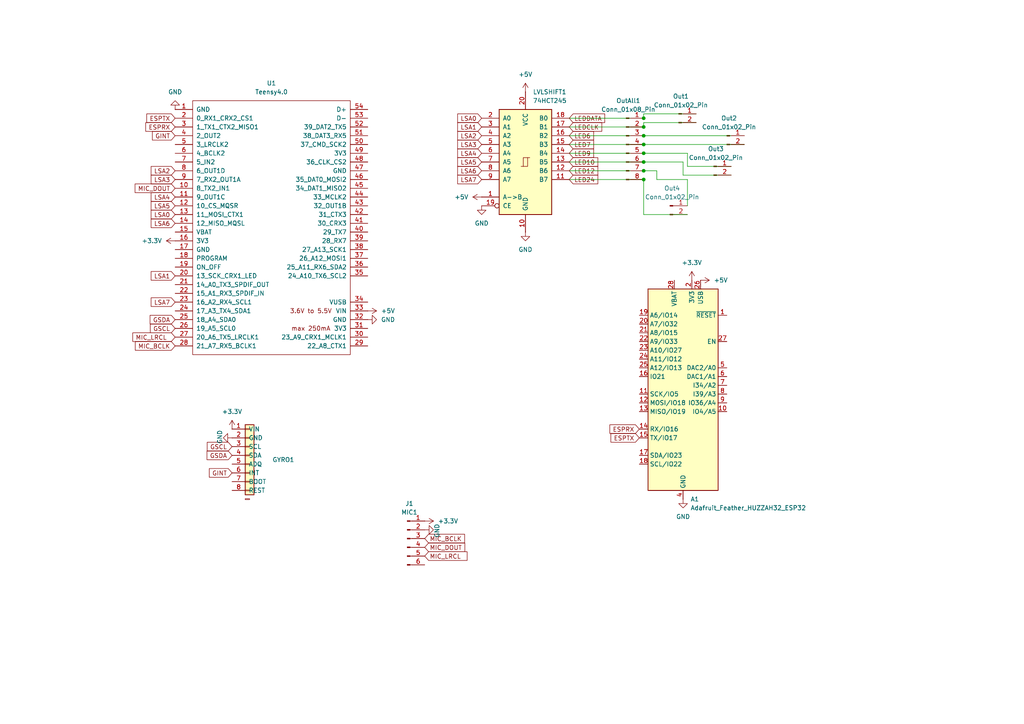
<source format=kicad_sch>
(kicad_sch (version 20250114) (generator "eeschema") (generator_version "9.0")
  (paper "A4")
  (lib_symbols
    (symbol "74xx:74HC245" (pin_names (offset 1.016))
      (property "Reference" "U" (at -7.62 16.51 0))
      (property "Value" "74HC245" (at -7.62 -16.51 0))
      (symbol "74HC245_1_0"
        (polyline (pts (xy -1.27 -1.27) (xy 0.635 -1.27) (xy 0.635 1.27) (xy 1.27 1.27)))
        (polyline (pts (xy -0.635 -1.27) (xy -0.635 1.27) (xy 0.635 1.27)))
        (pin tri_state line (at -12.7 12.7 0) (length 5.08) (name "A0") (number "2"))
        (pin tri_state line (at -12.7 10.16 0) (length 5.08) (name "A1") (number "3"))
        (pin tri_state line (at -12.7 7.62 0) (length 5.08) (name "A2") (number "4"))
        (pin tri_state line (at -12.7 5.08 0) (length 5.08) (name "A3") (number "5"))
        (pin tri_state line (at -12.7 2.54 0) (length 5.08) (name "A4") (number "6"))
        (pin tri_state line (at -12.7 0 0) (length 5.08) (name "A5") (number "7"))
        (pin tri_state line (at -12.7 -2.54 0) (length 5.08) (name "A6") (number "8"))
        (pin tri_state line (at -12.7 -5.08 0) (length 5.08) (name "A7") (number "9"))
        (pin input line (at -12.7 -10.16 0) (length 5.08) (name "A->B") (number "1"))
        (pin input inverted (at -12.7 -12.7 0) (length 5.08) (name "CE") (number "19"))
        (pin power_in line (at 0 20.32 270) (length 5.08) (name "VCC") (number "20"))
        (pin power_in line (at 0 -20.32 90) (length 5.08) (name "GND") (number "10"))
        (pin tri_state line (at 12.7 12.7 180) (length 5.08) (name "B0") (number "18"))
        (pin tri_state line (at 12.7 10.16 180) (length 5.08) (name "B1") (number "17"))
        (pin tri_state line (at 12.7 7.62 180) (length 5.08) (name "B2") (number "16"))
        (pin tri_state line (at 12.7 5.08 180) (length 5.08) (name "B3") (number "15"))
        (pin tri_state line (at 12.7 2.54 180) (length 5.08) (name "B4") (number "14"))
        (pin tri_state line (at 12.7 0 180) (length 5.08) (name "B5") (number "13"))
        (pin tri_state line (at 12.7 -2.54 180) (length 5.08) (name "B6") (number "12"))
        (pin tri_state line (at 12.7 -5.08 180) (length 5.08) (name "B7") (number "11"))
      )
      (symbol "74HC245_1_1"
        (rectangle (start -7.62 15.24) (end 7.62 -15.24) (stroke (width 0.254)) (fill (type background)))
      )
    )
    (symbol "Connector:Conn_01x02_Pin" (pin_names (offset 1.016) (hide yes))
      (property "Reference" "J" (at 0 2.54 0))
      (property "Value" "Conn_01x02_Pin" (at 0 -5.08 0))
      (symbol "Conn_01x02_Pin_1_1"
        (rectangle (start 0.8636 0.127) (end 0 -0.127) (stroke (width 0.1524)) (fill (type outline)))
        (rectangle (start 0.8636 -2.413) (end 0 -2.667) (stroke (width 0.1524)) (fill (type outline)))
        (polyline (pts (xy 1.27 0) (xy 0.8636 0)) (stroke (width 0.1524)))
        (polyline (pts (xy 1.27 -2.54) (xy 0.8636 -2.54)) (stroke (width 0.1524)))
        (pin passive line (at 5.08 0 180) (length 3.81) (name "Pin_1") (number "1"))
        (pin passive line (at 5.08 -2.54 180) (length 3.81) (name "Pin_2") (number "2"))
      )
    )
    (symbol "Connector:Conn_01x06_Pin" (pin_names (offset 1.016) (hide yes))
      (property "Reference" "J" (at 0 7.62 0))
      (property "Value" "Conn_01x06_Pin" (at 0 -10.16 0))
      (symbol "Conn_01x06_Pin_1_1"
        (rectangle (start 0.8636 5.207) (end 0 4.953) (stroke (width 0.1524)) (fill (type outline)))
        (rectangle (start 0.8636 2.667) (end 0 2.413) (stroke (width 0.1524)) (fill (type outline)))
        (rectangle (start 0.8636 0.127) (end 0 -0.127) (stroke (width 0.1524)) (fill (type outline)))
        (rectangle (start 0.8636 -2.413) (end 0 -2.667) (stroke (width 0.1524)) (fill (type outline)))
        (rectangle (start 0.8636 -4.953) (end 0 -5.207) (stroke (width 0.1524)) (fill (type outline)))
        (rectangle (start 0.8636 -7.493) (end 0 -7.747) (stroke (width 0.1524)) (fill (type outline)))
        (polyline (pts (xy 1.27 5.08) (xy 0.8636 5.08)) (stroke (width 0.1524)))
        (polyline (pts (xy 1.27 2.54) (xy 0.8636 2.54)) (stroke (width 0.1524)))
        (polyline (pts (xy 1.27 0) (xy 0.8636 0)) (stroke (width 0.1524)))
        (polyline (pts (xy 1.27 -2.54) (xy 0.8636 -2.54)) (stroke (width 0.1524)))
        (polyline (pts (xy 1.27 -5.08) (xy 0.8636 -5.08)) (stroke (width 0.1524)))
        (polyline (pts (xy 1.27 -7.62) (xy 0.8636 -7.62)) (stroke (width 0.1524)))
        (pin passive line (at 5.08 5.08 180) (length 3.81) (name "Pin_1") (number "1"))
        (pin passive line (at 5.08 2.54 180) (length 3.81) (name "Pin_2") (number "2"))
        (pin passive line (at 5.08 0 180) (length 3.81) (name "Pin_3") (number "3"))
        (pin passive line (at 5.08 -2.54 180) (length 3.81) (name "Pin_4") (number "4"))
        (pin passive line (at 5.08 -5.08 180) (length 3.81) (name "Pin_5") (number "5"))
        (pin passive line (at 5.08 -7.62 180) (length 3.81) (name "Pin_6") (number "6"))
      )
    )
    (symbol "Connector:Conn_01x08_Pin" (pin_names (offset 1.016) (hide yes))
      (property "Reference" "J" (at 0 10.16 0))
      (property "Value" "Conn_01x08_Pin" (at 0 -12.7 0))
      (symbol "Conn_01x08_Pin_1_1"
        (rectangle (start 0.8636 7.747) (end 0 7.493) (stroke (width 0.1524)) (fill (type outline)))
        (rectangle (start 0.8636 5.207) (end 0 4.953) (stroke (width 0.1524)) (fill (type outline)))
        (rectangle (start 0.8636 2.667) (end 0 2.413) (stroke (width 0.1524)) (fill (type outline)))
        (rectangle (start 0.8636 0.127) (end 0 -0.127) (stroke (width 0.1524)) (fill (type outline)))
        (rectangle (start 0.8636 -2.413) (end 0 -2.667) (stroke (width 0.1524)) (fill (type outline)))
        (rectangle (start 0.8636 -4.953) (end 0 -5.207) (stroke (width 0.1524)) (fill (type outline)))
        (rectangle (start 0.8636 -7.493) (end 0 -7.747) (stroke (width 0.1524)) (fill (type outline)))
        (rectangle (start 0.8636 -10.033) (end 0 -10.287) (stroke (width 0.1524)) (fill (type outline)))
        (polyline (pts (xy 1.27 7.62) (xy 0.8636 7.62)) (stroke (width 0.1524)))
        (polyline (pts (xy 1.27 5.08) (xy 0.8636 5.08)) (stroke (width 0.1524)))
        (polyline (pts (xy 1.27 2.54) (xy 0.8636 2.54)) (stroke (width 0.1524)))
        (polyline (pts (xy 1.27 0) (xy 0.8636 0)) (stroke (width 0.1524)))
        (polyline (pts (xy 1.27 -2.54) (xy 0.8636 -2.54)) (stroke (width 0.1524)))
        (polyline (pts (xy 1.27 -5.08) (xy 0.8636 -5.08)) (stroke (width 0.1524)))
        (polyline (pts (xy 1.27 -7.62) (xy 0.8636 -7.62)) (stroke (width 0.1524)))
        (polyline (pts (xy 1.27 -10.16) (xy 0.8636 -10.16)) (stroke (width 0.1524)))
        (pin passive line (at 5.08 7.62 180) (length 3.81) (name "Pin_1") (number "1"))
        (pin passive line (at 5.08 5.08 180) (length 3.81) (name "Pin_2") (number "2"))
        (pin passive line (at 5.08 2.54 180) (length 3.81) (name "Pin_3") (number "3"))
        (pin passive line (at 5.08 0 180) (length 3.81) (name "Pin_4") (number "4"))
        (pin passive line (at 5.08 -2.54 180) (length 3.81) (name "Pin_5") (number "5"))
        (pin passive line (at 5.08 -5.08 180) (length 3.81) (name "Pin_6") (number "6"))
        (pin passive line (at 5.08 -7.62 180) (length 3.81) (name "Pin_7") (number "7"))
        (pin passive line (at 5.08 -10.16 180) (length 3.81) (name "Pin_8") (number "8"))
      )
    )
    (symbol "Connector_Generic:Conn_01x09" (pin_names (offset 1.016))
      (property "Reference" "GYRO1" (at 2.54 1.2701 0))
      (property "Value" "Conn_01x09" (at 2.54 -1.2699 0))
      (symbol "Conn_01x09_1_1"
        (rectangle (start -1.27 11.43) (end 1.27 -8.89) (stroke (width 0.254)) (fill (type background)))
        (rectangle (start -1.27 10.287) (end 0 10.033) (stroke (width 0.1524)))
        (rectangle (start -1.27 7.747) (end 0 7.493) (stroke (width 0.1524)))
        (rectangle (start -1.27 5.207) (end 0 4.953) (stroke (width 0.1524)))
        (rectangle (start -1.27 2.667) (end 0 2.413) (stroke (width 0.1524)))
        (rectangle (start -1.27 0.127) (end 0 -0.127) (stroke (width 0.1524)))
        (rectangle (start -1.27 -2.413) (end 0 -2.667) (stroke (width 0.1524)))
        (rectangle (start -1.27 -4.953) (end 0 -5.207) (stroke (width 0.1524)))
        (rectangle (start -1.27 -7.493) (end 0 -7.747) (stroke (width 0.1524)))
        (rectangle (start -1.27 -10.033) (end 0 -10.287) (stroke (width 0.1524)))
        (pin passive line (at -5.08 10.16 0) (length 3.81) (name "VIN") (number "1"))
        (pin passive line (at -5.08 7.62 0) (length 3.81) (name "GND") (number "2"))
        (pin passive line (at -5.08 5.08 0) (length 3.81) (name "SCL") (number "3"))
        (pin passive line (at -5.08 2.54 0) (length 3.81) (name "SDA") (number "4"))
        (pin passive line (at -5.08 0 0) (length 3.81) (name "ADQ") (number "5"))
        (pin passive line (at -5.08 -2.54 0) (length 3.81) (name "INT") (number "6"))
        (pin passive line (at -5.08 -5.08 0) (length 3.81) (name "BOOT") (number "7"))
        (pin passive line (at -5.08 -7.62 0) (length 3.81) (name "REST") (number "8"))
      )
    )
    (symbol "MCU_Module:Adafruit_Feather_HUZZAH32_ESP32"
      (property "Reference" "A" (at -10.16 29.21 0))
      (property "Value" "Adafruit_Feather_HUZZAH32_ESP32" (at 2.54 -31.75 0))
      (symbol "Adafruit_Feather_HUZZAH32_ESP32_0_1"
        (rectangle (start -10.16 27.94) (end 10.16 -30.48) (stroke (width 0.254)) (fill (type background)))
      )
      (symbol "Adafruit_Feather_HUZZAH32_ESP32_1_1"
        (pin bidirectional line (at -12.7 20.32 0) (length 2.54) (name "A6/IO14") (number "19"))
        (pin bidirectional line (at -12.7 17.78 0) (length 2.54) (name "A7/IO32") (number "20"))
        (pin bidirectional line (at -12.7 15.24 0) (length 2.54) (name "A8/IO15") (number "21"))
        (pin bidirectional line (at -12.7 12.7 0) (length 2.54) (name "A9/IO33") (number "22"))
        (pin bidirectional line (at -12.7 10.16 0) (length 2.54) (name "A10/IO27") (number "23"))
        (pin bidirectional line (at -12.7 7.62 0) (length 2.54) (name "A11/IO12") (number "24"))
        (pin bidirectional line (at -12.7 5.08 0) (length 2.54) (name "A12/IO13") (number "25"))
        (pin bidirectional line (at -12.7 2.54 0) (length 2.54) (name "IO21") (number "16"))
        (pin bidirectional line (at -12.7 -2.54 0) (length 2.54) (name "SCK/IO5") (number "11"))
        (pin bidirectional line (at -12.7 -5.08 0) (length 2.54) (name "MOSI/IO18") (number "12"))
        (pin bidirectional line (at -12.7 -7.62 0) (length 2.54) (name "MISO/IO19") (number "13"))
        (pin bidirectional line (at -12.7 -12.7 0) (length 2.54) (name "RX/IO16") (number "14"))
        (pin bidirectional line (at -12.7 -15.24 0) (length 2.54) (name "TX/IO17") (number "15"))
        (pin bidirectional line (at -12.7 -20.32 0) (length 2.54) (name "SDA/IO23") (number "17"))
        (pin bidirectional line (at -12.7 -22.86 0) (length 2.54) (name "SCL/IO22") (number "18"))
        (pin power_in line (at -2.54 30.48 270) (length 2.54) (name "VBAT") (number "28"))
        (pin power_in line (at 0 -33.02 90) (length 2.54) (name "GND") (number "4"))
        (pin power_in line (at 2.54 30.48 270) (length 2.54) (name "3V3") (number "2"))
        (pin power_in line (at 5.08 30.48 270) (length 2.54) (name "USB") (number "26"))
        (pin no_connect line (at 10.16 10.16 180) (length 2.54) (hide yes) (name "NC") (number "3"))
        (pin input line (at 12.7 20.32 180) (length 2.54) (name "~{RESET}") (number "1"))
        (pin input line (at 12.7 12.7 180) (length 2.54) (name "EN") (number "27"))
        (pin bidirectional line (at 12.7 5.08 180) (length 2.54) (name "DAC2/A0") (number "5"))
        (pin bidirectional line (at 12.7 2.54 180) (length 2.54) (name "DAC1/A1") (number "6"))
        (pin bidirectional line (at 12.7 0 180) (length 2.54) (name "I34/A2") (number "7"))
        (pin bidirectional line (at 12.7 -2.54 180) (length 2.54) (name "I39/A3") (number "8"))
        (pin bidirectional line (at 12.7 -5.08 180) (length 2.54) (name "IO36/A4") (number "9"))
        (pin bidirectional line (at 12.7 -7.62 180) (length 2.54) (name "IO4/A5") (number "10"))
      )
    )
    (symbol "Teeny:Teensy4.0" (pin_names (offset 1.016))
      (property "Reference" "U" (at 0 39.37 0))
      (property "Value" "Teensy4.0" (at 0 -39.37 0))
      (symbol "Teensy4.0_0_0"
        (text "3.6V to 5.5V" (at 11.43 -24.13 0) (effects (font (size 1.27 1.27))))
        (text "max 250mA" (at 11.43 -29.21 0) (effects (font (size 1.27 1.27))))
        (pin bidirectional line (at -27.94 24.13 0) (length 5.08) (name "3_LRCLK2") (number "5"))
        (pin bidirectional line (at -27.94 21.59 0) (length 5.08) (name "4_BCLK2") (number "6"))
        (pin bidirectional line (at -27.94 19.05 0) (length 5.08) (name "5_IN2") (number "7"))
        (pin bidirectional line (at -27.94 16.51 0) (length 5.08) (name "6_OUT1D") (number "8"))
        (pin bidirectional line (at -27.94 13.97 0) (length 5.08) (name "7_RX2_OUT1A") (number "9"))
        (pin bidirectional line (at -27.94 11.43 0) (length 5.08) (name "8_TX2_IN1") (number "10"))
        (pin bidirectional line (at -27.94 8.89 0) (length 5.08) (name "9_OUT1C") (number "11"))
        (pin bidirectional line (at -27.94 6.35 0) (length 5.08) (name "10_CS_MQSR") (number "12"))
        (pin bidirectional line (at -27.94 3.81 0) (length 5.08) (name "11_MOSI_CTX1") (number "13"))
        (pin bidirectional line (at -27.94 1.27 0) (length 5.08) (name "12_MISO_MQSL") (number "14"))
        (pin power_in line (at -27.94 -1.27 0) (length 5.08) (name "VBAT") (number "15"))
        (pin power_in line (at -27.94 -3.81 0) (length 5.08) (name "3V3") (number "16"))
        (pin power_in line (at -27.94 -6.35 0) (length 5.08) (name "GND") (number "17"))
        (pin input line (at -27.94 -8.89 0) (length 5.08) (name "PROGRAM") (number "18"))
        (pin input line (at -27.94 -11.43 0) (length 5.08) (name "ON_OFF") (number "19"))
        (pin bidirectional line (at -27.94 -13.97 0) (length 5.08) (name "13_SCK_CRX1_LED") (number "20"))
        (pin bidirectional line (at -27.94 -16.51 0) (length 5.08) (name "14_A0_TX3_SPDIF_OUT") (number "21"))
        (pin bidirectional line (at -27.94 -19.05 0) (length 5.08) (name "15_A1_RX3_SPDIF_IN") (number "22"))
        (pin bidirectional line (at -27.94 -21.59 0) (length 5.08) (name "16_A2_RX4_SCL1") (number "23"))
        (pin bidirectional line (at -27.94 -24.13 0) (length 5.08) (name "17_A3_TX4_SDA1") (number "24"))
        (pin bidirectional line (at -27.94 -26.67 0) (length 5.08) (name "18_A4_SDA0") (number "25"))
        (pin bidirectional line (at -27.94 -29.21 0) (length 5.08) (name "19_A5_SCL0") (number "26"))
        (pin bidirectional line (at -27.94 -31.75 0) (length 5.08) (name "20_A6_TX5_LRCLK1") (number "27"))
        (pin bidirectional line (at -27.94 -34.29 0) (length 5.08) (name "21_A7_RX5_BCLK1") (number "28"))
        (pin bidirectional line (at 27.94 34.29 180) (length 5.08) (name "D+") (number "54"))
        (pin bidirectional line (at 27.94 31.75 180) (length 5.08) (name "D-") (number "53"))
        (pin bidirectional line (at 27.94 29.21 180) (length 5.08) (name "39_DAT2_TX5") (number "52"))
        (pin bidirectional line (at 27.94 26.67 180) (length 5.08) (name "38_DAT3_RX5") (number "51"))
        (pin bidirectional line (at 27.94 24.13 180) (length 5.08) (name "37_CMD_SCK2") (number "50"))
        (pin power_out line (at 27.94 21.59 180) (length 5.08) (name "3V3") (number "49"))
        (pin bidirectional line (at 27.94 19.05 180) (length 5.08) (name "36_CLK_CS2") (number "48"))
        (pin power_out line (at 27.94 16.51 180) (length 5.08) (name "GND") (number "47"))
        (pin bidirectional line (at 27.94 13.97 180) (length 5.08) (name "35_DAT0_MOSI2") (number "46"))
        (pin bidirectional line (at 27.94 11.43 180) (length 5.08) (name "34_DAT1_MISO2") (number "45"))
        (pin bidirectional line (at 27.94 8.89 180) (length 5.08) (name "33_MCLK2") (number "44"))
        (pin bidirectional line (at 27.94 6.35 180) (length 5.08) (name "32_OUT1B") (number "43"))
        (pin bidirectional line (at 27.94 3.81 180) (length 5.08) (name "31_CTX3") (number "42"))
        (pin bidirectional line (at 27.94 1.27 180) (length 5.08) (name "30_CRX3") (number "41"))
        (pin bidirectional line (at 27.94 -1.27 180) (length 5.08) (name "29_TX7") (number "40"))
        (pin bidirectional line (at 27.94 -3.81 180) (length 5.08) (name "28_RX7") (number "39"))
        (pin bidirectional line (at 27.94 -6.35 180) (length 5.08) (name "27_A13_SCK1") (number "38"))
        (pin bidirectional line (at 27.94 -8.89 180) (length 5.08) (name "26_A12_MOSI1") (number "37"))
        (pin bidirectional line (at 27.94 -11.43 180) (length 5.08) (name "25_A11_RX6_SDA2") (number "36"))
        (pin bidirectional line (at 27.94 -13.97 180) (length 5.08) (name "24_A10_TX6_SCL2") (number "35"))
        (pin power_out line (at 27.94 -21.59 180) (length 5.08) (name "VUSB") (number "34"))
        (pin power_in line (at 27.94 -24.13 180) (length 5.08) (name "VIN") (number "33"))
        (pin power_in line (at 27.94 -26.67 180) (length 5.08) (name "GND") (number "32"))
        (pin power_out line (at 27.94 -29.21 180) (length 5.08) (name "3V3") (number "31"))
        (pin bidirectional line (at 27.94 -31.75 180) (length 5.08) (name "23_A9_CRX1_MCLK1") (number "30"))
        (pin bidirectional line (at 27.94 -34.29 180) (length 5.08) (name "22_A8_CTX1") (number "29"))
      )
      (symbol "Teensy4.0_0_1"
        (rectangle (start -22.86 36.83) (end 22.86 -36.83))
        (rectangle (start -20.32 -31.75) (end -20.32 -31.75))
      )
      (symbol "Teensy4.0_1_1"
        (pin power_in line (at -27.94 34.29 0) (length 5.08) (name "GND") (number "1"))
        (pin bidirectional line (at -27.94 31.75 0) (length 5.08) (name "0_RX1_CRX2_CS1") (number "2"))
        (pin bidirectional line (at -27.94 29.21 0) (length 5.08) (name "1_TX1_CTX2_MISO1") (number "3"))
        (pin bidirectional line (at -27.94 26.67 0) (length 5.08) (name "2_OUT2") (number "4"))
      )
    )
    (symbol "power:+3.3V" (power) (pin_numbers (hide yes)) (pin_names (offset 0) (hide yes))
      (property "Value" "+3.3V" (at 0 3.556 0))
      (symbol "+3.3V_0_1"
        (polyline (pts (xy -0.762 1.27) (xy 0 2.54)))
        (polyline (pts (xy 0 2.54) (xy 0.762 1.27)))
        (polyline (pts (xy 0 0) (xy 0 2.54)))
      )
      (symbol "+3.3V_1_1"
        (pin power_in line (at 0 0 90) (length 0) (name "~") (number "1"))
      )
    )
    (symbol "power:+5V" (power) (pin_numbers (hide yes)) (pin_names (offset 0) (hide yes))
      (property "Value" "+5V" (at 0 3.556 0))
      (symbol "+5V_0_1"
        (polyline (pts (xy -0.762 1.27) (xy 0 2.54)))
        (polyline (pts (xy 0 2.54) (xy 0.762 1.27)))
        (polyline (pts (xy 0 0) (xy 0 2.54)))
      )
      (symbol "+5V_1_1"
        (pin power_in line (at 0 0 90) (length 0) (name "~") (number "1"))
      )
    )
    (symbol "power:GND" (power) (pin_numbers (hide yes)) (pin_names (offset 0) (hide yes))
      (property "Value" "GND" (at 0 -3.81 0))
      (symbol "GND_0_1"
        (polyline (pts (xy 0 0) (xy 0 -1.27) (xy 1.27 -1.27) (xy 0 -2.54) (xy -1.27 -1.27) (xy 0 -1.27)))
      )
      (symbol "GND_1_1"
        (pin power_in line (at 0 0 270) (length 0) (name "~") (number "1"))
      )
    )
  )
  (junction (at 186.69 46.99))
  (junction (at 186.69 36.83))
  (junction (at 186.69 39.37))
  (junction (at 186.69 44.45))
  (junction (at 186.69 34.29))
  (junction (at 186.69 52.07))
  (junction (at 186.69 49.53))
  (junction (at 186.69 41.91))
  (wire (pts (xy 199.39 59.69) (xy 199.39 52.07)))
  (wire (pts (xy 186.69 41.91) (xy 215.9 41.91)))
  (wire (pts (xy 165.1 52.07) (xy 186.69 52.07)))
  (wire (pts (xy 186.69 62.23) (xy 186.69 52.07)))
  (wire (pts (xy 165.1 46.99) (xy 186.69 46.99)))
  (wire (pts (xy 201.93 33.02) (xy 186.69 33.02)))
  (wire (pts (xy 165.1 41.91) (xy 186.69 41.91)))
  (wire (pts (xy 165.1 36.83) (xy 186.69 36.83)))
  (wire (pts (xy 198.12 50.8) (xy 198.12 46.99)))
  (wire (pts (xy 165.1 39.37) (xy 186.69 39.37)))
  (wire (pts (xy 190.5 49.53) (xy 186.69 49.53)))
  (wire (pts (xy 201.93 35.56) (xy 186.69 35.56)))
  (wire (pts (xy 199.39 44.45) (xy 186.69 44.45)))
  (wire (pts (xy 212.09 48.26) (xy 199.39 48.26)))
  (wire (pts (xy 186.69 39.37) (xy 215.9 39.37)))
  (wire (pts (xy 199.39 48.26) (xy 199.39 44.45)))
  (wire (pts (xy 190.5 52.07) (xy 190.5 49.53)))
  (wire (pts (xy 165.1 34.29) (xy 186.69 34.29)))
  (wire (pts (xy 186.69 33.02) (xy 186.69 34.29)))
  (wire (pts (xy 212.09 50.8) (xy 198.12 50.8)))
  (wire (pts (xy 165.1 49.53) (xy 186.69 49.53)))
  (wire (pts (xy 165.1 44.45) (xy 186.69 44.45)))
  (wire (pts (xy 199.39 52.07) (xy 190.5 52.07)))
  (wire (pts (xy 198.12 46.99) (xy 186.69 46.99)))
  (wire (pts (xy 186.69 35.56) (xy 186.69 36.83)))
  (wire (pts (xy 199.39 62.23) (xy 186.69 62.23)))
  (global_label "LSA5" (shape input) (at 139.7 46.99 180) (property "Intersheetrefs" "${INTERSHEET_REFS}" (effects (hide yes))))
  (global_label "LSA0" (shape input) (at 50.8 62.23 180) (property "Intersheetrefs" "${INTERSHEET_REFS}" (effects (hide yes))))
  (global_label "ESPTX" (shape input) (at 185.42 127 180) (property "Intersheetrefs" "${INTERSHEET_REFS}" (effects (hide yes))))
  (global_label "GINT" (shape input) (at 67.31 137.16 180) (property "Intersheetrefs" "${INTERSHEET_REFS}" (effects (hide yes))))
  (global_label "LSA5" (shape input) (at 50.8 59.69 180) (property "Intersheetrefs" "${INTERSHEET_REFS}" (effects (hide yes))))
  (global_label "LSA1" (shape input) (at 139.7 36.83 180) (property "Intersheetrefs" "${INTERSHEET_REFS}" (effects (hide yes))))
  (global_label "LSA7" (shape input) (at 139.7 52.07 180) (property "Intersheetrefs" "${INTERSHEET_REFS}" (effects (hide yes))))
  (global_label "GSCL" (shape input) (at 50.8 95.25 180) (property "Intersheetrefs" "${INTERSHEET_REFS}" (effects (hide yes))))
  (global_label "MIC_DOUT" (shape input) (at 123.19 158.75 0) (property "Intersheetrefs" "${INTERSHEET_REFS}" (effects (hide yes))))
  (global_label "LED10" (shape input) (at 165.1 46.99 0) (property "Intersheetrefs" "${INTERSHEET_REFS}" (effects (hide yes))))
  (global_label "LSA1" (shape input) (at 50.8 80.01 180) (property "Intersheetrefs" "${INTERSHEET_REFS}" (effects (hide yes))))
  (global_label "ESPTX" (shape input) (at 50.8 34.29 180) (property "Intersheetrefs" "${INTERSHEET_REFS}" (effects (hide yes))))
  (global_label "LSA4" (shape input) (at 50.8 57.15 180) (property "Intersheetrefs" "${INTERSHEET_REFS}" (effects (hide yes))))
  (global_label "LSA0" (shape input) (at 139.7 34.29 180) (property "Intersheetrefs" "${INTERSHEET_REFS}" (effects (hide yes))))
  (global_label "LSA6" (shape input) (at 50.8 64.77 180) (property "Intersheetrefs" "${INTERSHEET_REFS}" (effects (hide yes))))
  (global_label "GSDA" (shape input) (at 50.8 92.71 180) (property "Intersheetrefs" "${INTERSHEET_REFS}" (effects (hide yes))))
  (global_label "LEDCLK" (shape input) (at 165.1 36.83 0) (property "Intersheetrefs" "${INTERSHEET_REFS}" (effects (hide yes))))
  (global_label "ESPRX" (shape input) (at 50.8 36.83 180) (property "Intersheetrefs" "${INTERSHEET_REFS}" (effects (hide yes))))
  (global_label "MIC_LRCL " (shape input) (at 50.8 97.79 180) (property "Intersheetrefs" "${INTERSHEET_REFS}" (effects (hide yes))))
  (global_label "LED24" (shape input) (at 165.1 52.07 0) (property "Intersheetrefs" "${INTERSHEET_REFS}" (effects (hide yes))))
  (global_label "LED6" (shape input) (at 165.1 39.37 0) (property "Intersheetrefs" "${INTERSHEET_REFS}" (effects (hide yes))))
  (global_label "GSDA" (shape input) (at 67.31 132.08 180) (property "Intersheetrefs" "${INTERSHEET_REFS}" (effects (hide yes))))
  (global_label "LED9" (shape input) (at 165.1 44.45 0) (property "Intersheetrefs" "${INTERSHEET_REFS}" (effects (hide yes))))
  (global_label "MIC_DOUT" (shape input) (at 50.8 54.61 180) (property "Intersheetrefs" "${INTERSHEET_REFS}" (effects (hide yes))))
  (global_label "LSA6" (shape input) (at 139.7 49.53 180) (property "Intersheetrefs" "${INTERSHEET_REFS}" (effects (hide yes))))
  (global_label "LED7" (shape input) (at 165.1 41.91 0) (property "Intersheetrefs" "${INTERSHEET_REFS}" (effects (hide yes))))
  (global_label "LSA4" (shape input) (at 139.7 44.45 180) (property "Intersheetrefs" "${INTERSHEET_REFS}" (effects (hide yes))))
  (global_label "MIC_LRCL " (shape input) (at 123.19 161.29 0) (property "Intersheetrefs" "${INTERSHEET_REFS}" (effects (hide yes))))
  (global_label "LSA3" (shape input) (at 139.7 41.91 180) (property "Intersheetrefs" "${INTERSHEET_REFS}" (effects (hide yes))))
  (global_label "LSA3" (shape input) (at 50.8 52.07 180) (property "Intersheetrefs" "${INTERSHEET_REFS}" (effects (hide yes))))
  (global_label "ESPRX" (shape input) (at 185.42 124.46 180) (property "Intersheetrefs" "${INTERSHEET_REFS}" (effects (hide yes))))
  (global_label "LSA2" (shape input) (at 50.8 49.53 180) (property "Intersheetrefs" "${INTERSHEET_REFS}" (effects (hide yes))))
  (global_label "LSA7" (shape input) (at 50.8 87.63 180) (property "Intersheetrefs" "${INTERSHEET_REFS}" (effects (hide yes))))
  (global_label "LED12" (shape input) (at 165.1 49.53 0) (property "Intersheetrefs" "${INTERSHEET_REFS}" (effects (hide yes))))
  (global_label "GINT" (shape input) (at 50.8 39.37 180) (property "Intersheetrefs" "${INTERSHEET_REFS}" (effects (hide yes))))
  (global_label "MIC_BCLK" (shape input) (at 123.19 156.21 0) (property "Intersheetrefs" "${INTERSHEET_REFS}" (effects (hide yes))))
  (global_label "LSA2" (shape input) (at 139.7 39.37 180) (property "Intersheetrefs" "${INTERSHEET_REFS}" (effects (hide yes))))
  (global_label "MIC_BCLK" (shape input) (at 50.8 100.33 180) (property "Intersheetrefs" "${INTERSHEET_REFS}" (effects (hide yes))))
  (global_label "LEDDATA" (shape input) (at 165.1 34.29 0) (property "Intersheetrefs" "${INTERSHEET_REFS}" (effects (hide yes))))
  (global_label "GSCL" (shape input) (at 67.31 129.54 180) (property "Intersheetrefs" "${INTERSHEET_REFS}" (effects (hide yes))))
  (symbol (lib_id "Connector:Conn_01x02_Pin") (at 210.82 39.37 0) (unit 1)
    (property "Reference" "Out2" (at 211.455 34.29 0))
    (property "Value" "Conn_01x02_Pin" (at 211.455 36.83 0))
    (property "Footprint" "Connector_JST:JST_PH_B2B-PH-K_1x02_P2.00mm_Vertical" (effects (hide yes)))
    (property "Description" "Generic connector, single row, 01x02, script generated" (effects (hide yes)))
  )
  (symbol (lib_id "74xx:74HC245") (at 152.4 46.99 0) (unit 1)
    (property "Reference" "LVLSHIFT1" (at 154.5433 26.67 0) (effects (justify left)))
    (property "Value" "74HCT245" (at 154.5433 29.21 0) (effects (justify left)))
    (property "Footprint" "Package_SO:SOIC-20W_7.5x12.8mm_P1.27mm" (effects (hide yes)))
    (property "Datasheet" "http://www.ti.com/lit/gpn/sn74HC245" (effects (hide yes)))
    (property "Description" "Octal BUS Transceivers, 3-State outputs" (effects (hide yes)))
    (property "UP" "https://assets.nexperia.com/documents/data-sheet/74HC_HCT245.pdf" (effects (hide yes)))
  )
  (symbol (lib_id "power:GND") (at 50.8 31.75 180) (unit 1)
    (property "Reference" "#PWR017" (effects (hide yes)))
    (property "Value" "GND" (at 50.8 26.67 0))
    (property "Description" "Power symbol creates a global label with name \"GND\" , ground" (effects (hide yes)))
  )
  (symbol (lib_id "Connector:Conn_01x08_Pin") (at 181.61 41.91 0) (unit 1)
    (property "Reference" "OutAll1" (at 182.245 29.21 0))
    (property "Value" "Conn_01x08_Pin" (at 182.245 31.75 0))
    (property "Footprint" "Connector_PinHeader_2.54mm:PinHeader_1x08_P2.54mm_Vertical" (effects (hide yes)))
    (property "Description" "Generic connector, single row, 01x08, script generated" (effects (hide yes)))
  )
  (symbol (lib_id "Connector:Conn_01x06_Pin") (at 118.11 156.21 0) (unit 1)
    (property "Reference" "J1" (at 118.745 146.05 0))
    (property "Value" "MIC1" (at 118.745 148.59 0))
    (property "Footprint" "Connector_PinHeader_2.54mm:PinHeader_1x06_P2.54mm_Vertical" (effects (hide yes)))
    (property "Description" "Generic connector, single row, 01x06, script generated" (effects (hide yes)))
  )
  (symbol (lib_id "power:+3.3V") (at 67.31 124.46 0) (unit 1)
    (property "Reference" "#PWR010" (effects (hide yes)))
    (property "Value" "+3.3V" (at 67.31 119.38 0))
    (property "Description" "Power symbol creates a global label with name \"+3.3V\"" (effects (hide yes)))
  )
  (symbol (lib_id "Teeny:Teensy4.0") (at 78.74 66.04 0) (unit 1)
    (property "Reference" "U1" (at 78.74 24.13 0))
    (property "Value" "Teensy4.0" (at 78.74 26.67 0))
    (property "Footprint" "Teensy:Teensy40" (effects (hide yes)))
  )
  (symbol (lib_id "Connector:Conn_01x02_Pin") (at 194.31 59.69 0) (unit 1)
    (property "Reference" "Out4" (at 194.945 54.61 0))
    (property "Value" "Conn_01x02_Pin" (at 194.945 57.15 0))
    (property "Footprint" "Connector_JST:JST_PH_B2B-PH-K_1x02_P2.00mm_Vertical" (effects (hide yes)))
    (property "Description" "Generic connector, single row, 01x02, script generated" (effects (hide yes)))
  )
  (symbol (lib_id "power:+5V") (at 106.68 90.17 270) (unit 1)
    (property "Reference" "#PWR012" (effects (hide yes)))
    (property "Value" "+5V" (at 110.49 90.1699 90) (effects (justify left)))
    (property "Description" "Power symbol creates a global label with name \"+5V\"" (effects (hide yes)))
  )
  (symbol (lib_id "power:+3.3V") (at 200.66 81.28 0) (unit 1)
    (property "Reference" "#PWR016" (effects (hide yes)))
    (property "Value" "+3.3V" (at 200.66 76.2 0))
    (property "Description" "Power symbol creates a global label with name \"+3.3V\"" (effects (hide yes)))
  )
  (symbol (lib_id "power:+5V") (at 152.4 26.67 0) (unit 1)
    (property "Reference" "#PWR01" (effects (hide yes)))
    (property "Value" "+5V" (at 152.4 21.59 0))
    (property "Description" "Power symbol creates a global label with name \"+5V\"" (effects (hide yes)))
  )
  (symbol (lib_id "power:+3.3V") (at 123.19 151.13 270) (unit 1)
    (property "Reference" "#PWR013" (effects (hide yes)))
    (property "Value" "+3.3V" (at 127 151.1299 90) (effects (justify left)))
    (property "Description" "Power symbol creates a global label with name \"+3.3V\"" (effects (hide yes)))
  )
  (symbol (lib_id "power:+3.3V") (at 50.8 69.85 90) (unit 1)
    (property "Reference" "#PWR019" (effects (hide yes)))
    (property "Value" "+3.3V" (at 46.99 69.8499 90) (effects (justify left)))
    (property "Description" "Power symbol creates a global label with name \"+3.3V\"" (effects (hide yes)))
  )
  (symbol (lib_id "power:GND") (at 123.19 153.67 90) (unit 1)
    (property "Reference" "#PWR08" (effects (hide yes)))
    (property "Value" "GND" (at 126.746 153.924 0))
    (property "Description" "Power symbol creates a global label with name \"GND\" , ground" (effects (hide yes)))
  )
  (symbol (lib_id "MCU_Module:Adafruit_Feather_HUZZAH32_ESP32") (at 198.12 111.76 0) (unit 1)
    (property "Reference" "A1" (at 200.2633 144.78 0) (effects (justify left)))
    (property "Value" "Adafruit_Feather_HUZZAH32_ESP32" (at 200.2633 147.32 0) (effects (justify left)))
    (property "Footprint" "Module:Adafruit_Feather" (effects (hide yes)))
    (property "Datasheet" "https://cdn-learn.adafruit.com/downloads/pdf/adafruit-huzzah32-esp32-feather.pdf" (effects (hide yes)))
    (property "Description" "Microcontroller module with ESP32 MCU" (effects (hide yes)))
  )
  (symbol (lib_id "power:GND") (at 139.7 59.69 0) (unit 1)
    (property "Reference" "#PWR06" (effects (hide yes)))
    (property "Value" "GND" (at 139.7 64.77 0))
    (property "Description" "Power symbol creates a global label with name \"GND\" , ground" (effects (hide yes)))
  )
  (symbol (lib_id "power:GND") (at 67.31 127 270) (unit 1)
    (property "Reference" "#PWR04" (effects (hide yes)))
    (property "Value" "GND" (at 63.754 126.746 0))
    (property "Description" "Power symbol creates a global label with name \"GND\" , ground" (effects (hide yes)))
  )
  (symbol (lib_id "Connector:Conn_01x02_Pin") (at 207.01 48.26 0) (unit 1)
    (property "Reference" "Out3" (at 207.645 43.18 0))
    (property "Value" "Conn_01x02_Pin" (at 207.645 45.72 0))
    (property "Footprint" "Connector_JST:JST_PH_B2B-PH-K_1x02_P2.00mm_Vertical" (effects (hide yes)))
    (property "Description" "Generic connector, single row, 01x02, script generated" (effects (hide yes)))
  )
  (symbol (lib_id "power:+5V") (at 139.7 57.15 90) (unit 1)
    (property "Reference" "#PWR07" (effects (hide yes)))
    (property "Value" "+5V" (at 135.89 57.1499 90) (effects (justify left)))
    (property "Description" "Power symbol creates a global label with name \"+5V\"" (effects (hide yes)))
  )
  (symbol (lib_id "Connector_Generic:Conn_01x09") (at 72.39 134.62 0) (unit 1)
    (property "Reference" "GYRO1" (at 78.994 133.35 0) (effects (justify left)))
    (property "Value" "Conn_01x09" (effects (hide yes)))
    (property "Footprint" "Connector_PinHeader_2.54mm:PinHeader_1x08_P2.54mm_Vertical" (effects (hide yes)))
    (property "Description" "Generic connector, single row, 01x09, script generated (kicad-library-utils/schlib/autogen/connector/)" (effects (hide yes)))
  )
  (symbol (lib_id "Connector:Conn_01x02_Pin") (at 196.85 33.02 0) (unit 1)
    (property "Reference" "Out1" (at 197.485 27.94 0))
    (property "Value" "Conn_01x02_Pin" (at 197.485 30.48 0))
    (property "Footprint" "Connector_JST:JST_PH_B2B-PH-K_1x02_P2.00mm_Vertical" (effects (hide yes)))
    (property "Description" "Generic connector, single row, 01x02, script generated" (effects (hide yes)))
  )
  (symbol (lib_id "power:+5V") (at 203.2 81.28 270) (unit 1)
    (property "Reference" "#PWR014" (effects (hide yes)))
    (property "Value" "+5V" (at 207.01 81.2799 90) (effects (justify left)))
    (property "Description" "Power symbol creates a global label with name \"+5V\"" (effects (hide yes)))
  )
  (symbol (lib_id "power:GND") (at 198.12 144.78 0) (unit 1)
    (property "Reference" "#PWR015" (effects (hide yes)))
    (property "Value" "GND" (at 198.12 149.86 0))
    (property "Description" "Power symbol creates a global label with name \"GND\" , ground" (effects (hide yes)))
  )
  (symbol (lib_id "power:GND") (at 106.68 92.71 90) (unit 1)
    (property "Reference" "#PWR018" (effects (hide yes)))
    (property "Value" "GND" (at 110.49 92.7099 90) (effects (justify right)))
    (property "Description" "Power symbol creates a global label with name \"GND\" , ground" (effects (hide yes)))
  )
  (symbol (lib_id "power:GND") (at 152.4 67.31 0) (unit 1)
    (property "Reference" "#PWR05" (effects (hide yes)))
    (property "Value" "GND" (at 152.4 72.39 0))
    (property "Description" "Power symbol creates a global label with name \"GND\" , ground" (effects (hide yes)))
  )
)
</source>
